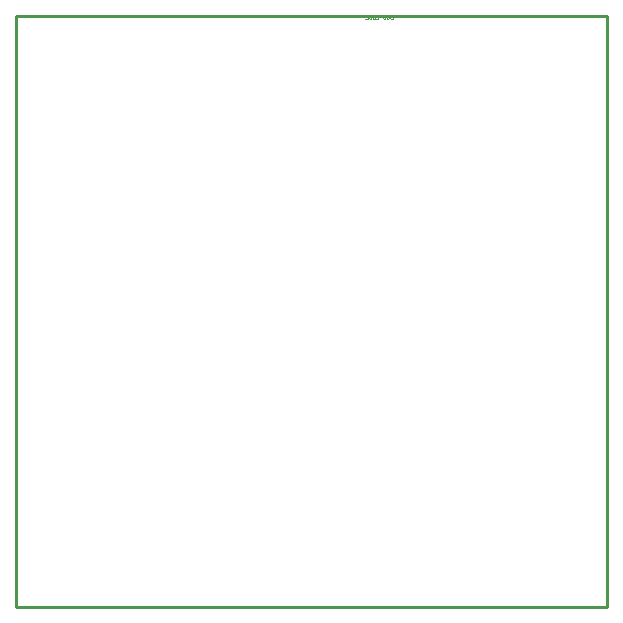
<source format=gm1>
G04*
G04 #@! TF.GenerationSoftware,Altium Limited,Altium Designer,23.2.1 (34)*
G04*
G04 Layer_Color=16711935*
%FSLAX44Y44*%
%MOMM*%
G71*
G04*
G04 #@! TF.SameCoordinates,523C6F17-9805-44BE-8DD6-06E41B6C0E98*
G04*
G04*
G04 #@! TF.FilePolarity,Positive*
G04*
G01*
G75*
%ADD14C,0.2540*%
%ADD62C,0.1000*%
D14*
X500000Y0D02*
Y500000D01*
X0D02*
X500000D01*
X0Y0D02*
Y500000D01*
Y0D02*
X500000D01*
D62*
X201890Y499640D02*
X293540D01*
X318540Y500640D02*
Y497641D01*
X317040D01*
X316541Y498141D01*
Y499141D01*
X317040Y499640D01*
X318540D01*
X313542Y498141D02*
X314041Y497641D01*
X315041D01*
X315541Y498141D01*
Y500140D01*
X315041Y500640D01*
X314041D01*
X313542Y500140D01*
X312542Y497641D02*
Y500640D01*
X311042D01*
X310543Y500140D01*
Y499640D01*
X311042Y499141D01*
X312542D01*
X311042D01*
X310543Y498641D01*
Y498141D01*
X311042Y497641D01*
X312542D01*
X304545D02*
X306544D01*
Y500640D01*
X304545D01*
X306544Y499141D02*
X305544D01*
X303545Y497641D02*
Y500640D01*
X302045D01*
X301545Y500140D01*
Y498141D01*
X302045Y497641D01*
X303545D01*
X298546Y498141D02*
X299046Y497641D01*
X300046D01*
X300546Y498141D01*
Y500140D01*
X300046Y500640D01*
X299046D01*
X298546Y500140D01*
Y499141D01*
X299546D01*
X295547Y497641D02*
X297547D01*
Y500640D01*
X295547D01*
X297547Y499141D02*
X296547D01*
M02*

</source>
